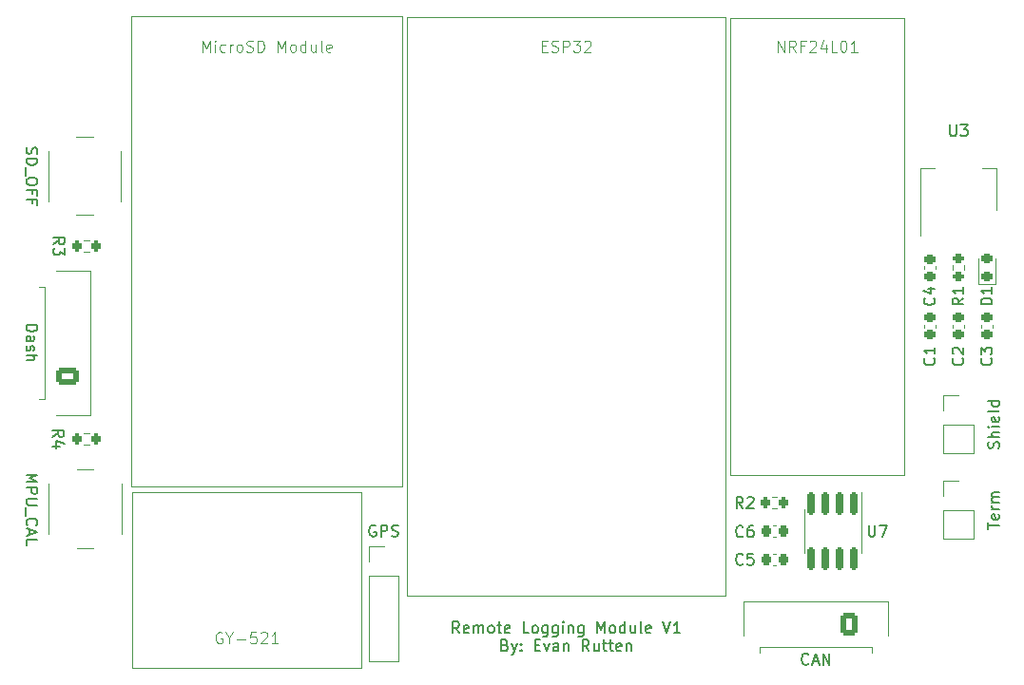
<source format=gto>
G04 #@! TF.GenerationSoftware,KiCad,Pcbnew,7.0.9*
G04 #@! TF.CreationDate,2023-11-18T03:00:04-05:00*
G04 #@! TF.ProjectId,RLM,524c4d2e-6b69-4636-9164-5f7063625858,rev?*
G04 #@! TF.SameCoordinates,Original*
G04 #@! TF.FileFunction,Legend,Top*
G04 #@! TF.FilePolarity,Positive*
%FSLAX46Y46*%
G04 Gerber Fmt 4.6, Leading zero omitted, Abs format (unit mm)*
G04 Created by KiCad (PCBNEW 7.0.9) date 2023-11-18 03:00:04*
%MOMM*%
%LPD*%
G01*
G04 APERTURE LIST*
G04 Aperture macros list*
%AMRoundRect*
0 Rectangle with rounded corners*
0 $1 Rounding radius*
0 $2 $3 $4 $5 $6 $7 $8 $9 X,Y pos of 4 corners*
0 Add a 4 corners polygon primitive as box body*
4,1,4,$2,$3,$4,$5,$6,$7,$8,$9,$2,$3,0*
0 Add four circle primitives for the rounded corners*
1,1,$1+$1,$2,$3*
1,1,$1+$1,$4,$5*
1,1,$1+$1,$6,$7*
1,1,$1+$1,$8,$9*
0 Add four rect primitives between the rounded corners*
20,1,$1+$1,$2,$3,$4,$5,0*
20,1,$1+$1,$4,$5,$6,$7,0*
20,1,$1+$1,$6,$7,$8,$9,0*
20,1,$1+$1,$8,$9,$2,$3,0*%
G04 Aperture macros list end*
%ADD10C,0.150000*%
%ADD11C,0.100000*%
%ADD12C,0.120000*%
%ADD13C,1.270000*%
%ADD14RoundRect,0.250001X0.499999X0.759999X-0.499999X0.759999X-0.499999X-0.759999X0.499999X-0.759999X0*%
%ADD15O,1.500000X2.020000*%
%ADD16RoundRect,0.150000X-0.150000X0.825000X-0.150000X-0.825000X0.150000X-0.825000X0.150000X0.825000X0*%
%ADD17RoundRect,0.225000X0.225000X0.250000X-0.225000X0.250000X-0.225000X-0.250000X0.225000X-0.250000X0*%
%ADD18R,1.700000X1.700000*%
%ADD19O,1.700000X1.700000*%
%ADD20C,2.000000*%
%ADD21R,1.500000X2.000000*%
%ADD22R,3.800000X2.000000*%
%ADD23RoundRect,0.200000X0.275000X-0.200000X0.275000X0.200000X-0.275000X0.200000X-0.275000X-0.200000X0*%
%ADD24C,1.524000*%
%ADD25RoundRect,0.250001X0.759999X-0.499999X0.759999X0.499999X-0.759999X0.499999X-0.759999X-0.499999X0*%
%ADD26O,2.020000X1.500000*%
%ADD27RoundRect,0.225000X0.250000X-0.225000X0.250000X0.225000X-0.250000X0.225000X-0.250000X-0.225000X0*%
%ADD28RoundRect,0.200000X0.200000X0.275000X-0.200000X0.275000X-0.200000X-0.275000X0.200000X-0.275000X0*%
%ADD29C,7.000000*%
%ADD30R,1.524000X1.524000*%
%ADD31RoundRect,0.218750X0.256250X-0.218750X0.256250X0.218750X-0.256250X0.218750X-0.256250X-0.218750X0*%
G04 APERTURE END LIST*
D10*
X113031189Y-87159819D02*
X112697856Y-86683628D01*
X112459761Y-87159819D02*
X112459761Y-86159819D01*
X112459761Y-86159819D02*
X112840713Y-86159819D01*
X112840713Y-86159819D02*
X112935951Y-86207438D01*
X112935951Y-86207438D02*
X112983570Y-86255057D01*
X112983570Y-86255057D02*
X113031189Y-86350295D01*
X113031189Y-86350295D02*
X113031189Y-86493152D01*
X113031189Y-86493152D02*
X112983570Y-86588390D01*
X112983570Y-86588390D02*
X112935951Y-86636009D01*
X112935951Y-86636009D02*
X112840713Y-86683628D01*
X112840713Y-86683628D02*
X112459761Y-86683628D01*
X113840713Y-87112200D02*
X113745475Y-87159819D01*
X113745475Y-87159819D02*
X113554999Y-87159819D01*
X113554999Y-87159819D02*
X113459761Y-87112200D01*
X113459761Y-87112200D02*
X113412142Y-87016961D01*
X113412142Y-87016961D02*
X113412142Y-86636009D01*
X113412142Y-86636009D02*
X113459761Y-86540771D01*
X113459761Y-86540771D02*
X113554999Y-86493152D01*
X113554999Y-86493152D02*
X113745475Y-86493152D01*
X113745475Y-86493152D02*
X113840713Y-86540771D01*
X113840713Y-86540771D02*
X113888332Y-86636009D01*
X113888332Y-86636009D02*
X113888332Y-86731247D01*
X113888332Y-86731247D02*
X113412142Y-86826485D01*
X114316904Y-87159819D02*
X114316904Y-86493152D01*
X114316904Y-86588390D02*
X114364523Y-86540771D01*
X114364523Y-86540771D02*
X114459761Y-86493152D01*
X114459761Y-86493152D02*
X114602618Y-86493152D01*
X114602618Y-86493152D02*
X114697856Y-86540771D01*
X114697856Y-86540771D02*
X114745475Y-86636009D01*
X114745475Y-86636009D02*
X114745475Y-87159819D01*
X114745475Y-86636009D02*
X114793094Y-86540771D01*
X114793094Y-86540771D02*
X114888332Y-86493152D01*
X114888332Y-86493152D02*
X115031189Y-86493152D01*
X115031189Y-86493152D02*
X115126428Y-86540771D01*
X115126428Y-86540771D02*
X115174047Y-86636009D01*
X115174047Y-86636009D02*
X115174047Y-87159819D01*
X115793094Y-87159819D02*
X115697856Y-87112200D01*
X115697856Y-87112200D02*
X115650237Y-87064580D01*
X115650237Y-87064580D02*
X115602618Y-86969342D01*
X115602618Y-86969342D02*
X115602618Y-86683628D01*
X115602618Y-86683628D02*
X115650237Y-86588390D01*
X115650237Y-86588390D02*
X115697856Y-86540771D01*
X115697856Y-86540771D02*
X115793094Y-86493152D01*
X115793094Y-86493152D02*
X115935951Y-86493152D01*
X115935951Y-86493152D02*
X116031189Y-86540771D01*
X116031189Y-86540771D02*
X116078808Y-86588390D01*
X116078808Y-86588390D02*
X116126427Y-86683628D01*
X116126427Y-86683628D02*
X116126427Y-86969342D01*
X116126427Y-86969342D02*
X116078808Y-87064580D01*
X116078808Y-87064580D02*
X116031189Y-87112200D01*
X116031189Y-87112200D02*
X115935951Y-87159819D01*
X115935951Y-87159819D02*
X115793094Y-87159819D01*
X116412142Y-86493152D02*
X116793094Y-86493152D01*
X116554999Y-86159819D02*
X116554999Y-87016961D01*
X116554999Y-87016961D02*
X116602618Y-87112200D01*
X116602618Y-87112200D02*
X116697856Y-87159819D01*
X116697856Y-87159819D02*
X116793094Y-87159819D01*
X117507380Y-87112200D02*
X117412142Y-87159819D01*
X117412142Y-87159819D02*
X117221666Y-87159819D01*
X117221666Y-87159819D02*
X117126428Y-87112200D01*
X117126428Y-87112200D02*
X117078809Y-87016961D01*
X117078809Y-87016961D02*
X117078809Y-86636009D01*
X117078809Y-86636009D02*
X117126428Y-86540771D01*
X117126428Y-86540771D02*
X117221666Y-86493152D01*
X117221666Y-86493152D02*
X117412142Y-86493152D01*
X117412142Y-86493152D02*
X117507380Y-86540771D01*
X117507380Y-86540771D02*
X117554999Y-86636009D01*
X117554999Y-86636009D02*
X117554999Y-86731247D01*
X117554999Y-86731247D02*
X117078809Y-86826485D01*
X119221666Y-87159819D02*
X118745476Y-87159819D01*
X118745476Y-87159819D02*
X118745476Y-86159819D01*
X119697857Y-87159819D02*
X119602619Y-87112200D01*
X119602619Y-87112200D02*
X119555000Y-87064580D01*
X119555000Y-87064580D02*
X119507381Y-86969342D01*
X119507381Y-86969342D02*
X119507381Y-86683628D01*
X119507381Y-86683628D02*
X119555000Y-86588390D01*
X119555000Y-86588390D02*
X119602619Y-86540771D01*
X119602619Y-86540771D02*
X119697857Y-86493152D01*
X119697857Y-86493152D02*
X119840714Y-86493152D01*
X119840714Y-86493152D02*
X119935952Y-86540771D01*
X119935952Y-86540771D02*
X119983571Y-86588390D01*
X119983571Y-86588390D02*
X120031190Y-86683628D01*
X120031190Y-86683628D02*
X120031190Y-86969342D01*
X120031190Y-86969342D02*
X119983571Y-87064580D01*
X119983571Y-87064580D02*
X119935952Y-87112200D01*
X119935952Y-87112200D02*
X119840714Y-87159819D01*
X119840714Y-87159819D02*
X119697857Y-87159819D01*
X120888333Y-86493152D02*
X120888333Y-87302676D01*
X120888333Y-87302676D02*
X120840714Y-87397914D01*
X120840714Y-87397914D02*
X120793095Y-87445533D01*
X120793095Y-87445533D02*
X120697857Y-87493152D01*
X120697857Y-87493152D02*
X120555000Y-87493152D01*
X120555000Y-87493152D02*
X120459762Y-87445533D01*
X120888333Y-87112200D02*
X120793095Y-87159819D01*
X120793095Y-87159819D02*
X120602619Y-87159819D01*
X120602619Y-87159819D02*
X120507381Y-87112200D01*
X120507381Y-87112200D02*
X120459762Y-87064580D01*
X120459762Y-87064580D02*
X120412143Y-86969342D01*
X120412143Y-86969342D02*
X120412143Y-86683628D01*
X120412143Y-86683628D02*
X120459762Y-86588390D01*
X120459762Y-86588390D02*
X120507381Y-86540771D01*
X120507381Y-86540771D02*
X120602619Y-86493152D01*
X120602619Y-86493152D02*
X120793095Y-86493152D01*
X120793095Y-86493152D02*
X120888333Y-86540771D01*
X121793095Y-86493152D02*
X121793095Y-87302676D01*
X121793095Y-87302676D02*
X121745476Y-87397914D01*
X121745476Y-87397914D02*
X121697857Y-87445533D01*
X121697857Y-87445533D02*
X121602619Y-87493152D01*
X121602619Y-87493152D02*
X121459762Y-87493152D01*
X121459762Y-87493152D02*
X121364524Y-87445533D01*
X121793095Y-87112200D02*
X121697857Y-87159819D01*
X121697857Y-87159819D02*
X121507381Y-87159819D01*
X121507381Y-87159819D02*
X121412143Y-87112200D01*
X121412143Y-87112200D02*
X121364524Y-87064580D01*
X121364524Y-87064580D02*
X121316905Y-86969342D01*
X121316905Y-86969342D02*
X121316905Y-86683628D01*
X121316905Y-86683628D02*
X121364524Y-86588390D01*
X121364524Y-86588390D02*
X121412143Y-86540771D01*
X121412143Y-86540771D02*
X121507381Y-86493152D01*
X121507381Y-86493152D02*
X121697857Y-86493152D01*
X121697857Y-86493152D02*
X121793095Y-86540771D01*
X122269286Y-87159819D02*
X122269286Y-86493152D01*
X122269286Y-86159819D02*
X122221667Y-86207438D01*
X122221667Y-86207438D02*
X122269286Y-86255057D01*
X122269286Y-86255057D02*
X122316905Y-86207438D01*
X122316905Y-86207438D02*
X122269286Y-86159819D01*
X122269286Y-86159819D02*
X122269286Y-86255057D01*
X122745476Y-86493152D02*
X122745476Y-87159819D01*
X122745476Y-86588390D02*
X122793095Y-86540771D01*
X122793095Y-86540771D02*
X122888333Y-86493152D01*
X122888333Y-86493152D02*
X123031190Y-86493152D01*
X123031190Y-86493152D02*
X123126428Y-86540771D01*
X123126428Y-86540771D02*
X123174047Y-86636009D01*
X123174047Y-86636009D02*
X123174047Y-87159819D01*
X124078809Y-86493152D02*
X124078809Y-87302676D01*
X124078809Y-87302676D02*
X124031190Y-87397914D01*
X124031190Y-87397914D02*
X123983571Y-87445533D01*
X123983571Y-87445533D02*
X123888333Y-87493152D01*
X123888333Y-87493152D02*
X123745476Y-87493152D01*
X123745476Y-87493152D02*
X123650238Y-87445533D01*
X124078809Y-87112200D02*
X123983571Y-87159819D01*
X123983571Y-87159819D02*
X123793095Y-87159819D01*
X123793095Y-87159819D02*
X123697857Y-87112200D01*
X123697857Y-87112200D02*
X123650238Y-87064580D01*
X123650238Y-87064580D02*
X123602619Y-86969342D01*
X123602619Y-86969342D02*
X123602619Y-86683628D01*
X123602619Y-86683628D02*
X123650238Y-86588390D01*
X123650238Y-86588390D02*
X123697857Y-86540771D01*
X123697857Y-86540771D02*
X123793095Y-86493152D01*
X123793095Y-86493152D02*
X123983571Y-86493152D01*
X123983571Y-86493152D02*
X124078809Y-86540771D01*
X125316905Y-87159819D02*
X125316905Y-86159819D01*
X125316905Y-86159819D02*
X125650238Y-86874104D01*
X125650238Y-86874104D02*
X125983571Y-86159819D01*
X125983571Y-86159819D02*
X125983571Y-87159819D01*
X126602619Y-87159819D02*
X126507381Y-87112200D01*
X126507381Y-87112200D02*
X126459762Y-87064580D01*
X126459762Y-87064580D02*
X126412143Y-86969342D01*
X126412143Y-86969342D02*
X126412143Y-86683628D01*
X126412143Y-86683628D02*
X126459762Y-86588390D01*
X126459762Y-86588390D02*
X126507381Y-86540771D01*
X126507381Y-86540771D02*
X126602619Y-86493152D01*
X126602619Y-86493152D02*
X126745476Y-86493152D01*
X126745476Y-86493152D02*
X126840714Y-86540771D01*
X126840714Y-86540771D02*
X126888333Y-86588390D01*
X126888333Y-86588390D02*
X126935952Y-86683628D01*
X126935952Y-86683628D02*
X126935952Y-86969342D01*
X126935952Y-86969342D02*
X126888333Y-87064580D01*
X126888333Y-87064580D02*
X126840714Y-87112200D01*
X126840714Y-87112200D02*
X126745476Y-87159819D01*
X126745476Y-87159819D02*
X126602619Y-87159819D01*
X127793095Y-87159819D02*
X127793095Y-86159819D01*
X127793095Y-87112200D02*
X127697857Y-87159819D01*
X127697857Y-87159819D02*
X127507381Y-87159819D01*
X127507381Y-87159819D02*
X127412143Y-87112200D01*
X127412143Y-87112200D02*
X127364524Y-87064580D01*
X127364524Y-87064580D02*
X127316905Y-86969342D01*
X127316905Y-86969342D02*
X127316905Y-86683628D01*
X127316905Y-86683628D02*
X127364524Y-86588390D01*
X127364524Y-86588390D02*
X127412143Y-86540771D01*
X127412143Y-86540771D02*
X127507381Y-86493152D01*
X127507381Y-86493152D02*
X127697857Y-86493152D01*
X127697857Y-86493152D02*
X127793095Y-86540771D01*
X128697857Y-86493152D02*
X128697857Y-87159819D01*
X128269286Y-86493152D02*
X128269286Y-87016961D01*
X128269286Y-87016961D02*
X128316905Y-87112200D01*
X128316905Y-87112200D02*
X128412143Y-87159819D01*
X128412143Y-87159819D02*
X128555000Y-87159819D01*
X128555000Y-87159819D02*
X128650238Y-87112200D01*
X128650238Y-87112200D02*
X128697857Y-87064580D01*
X129316905Y-87159819D02*
X129221667Y-87112200D01*
X129221667Y-87112200D02*
X129174048Y-87016961D01*
X129174048Y-87016961D02*
X129174048Y-86159819D01*
X130078810Y-87112200D02*
X129983572Y-87159819D01*
X129983572Y-87159819D02*
X129793096Y-87159819D01*
X129793096Y-87159819D02*
X129697858Y-87112200D01*
X129697858Y-87112200D02*
X129650239Y-87016961D01*
X129650239Y-87016961D02*
X129650239Y-86636009D01*
X129650239Y-86636009D02*
X129697858Y-86540771D01*
X129697858Y-86540771D02*
X129793096Y-86493152D01*
X129793096Y-86493152D02*
X129983572Y-86493152D01*
X129983572Y-86493152D02*
X130078810Y-86540771D01*
X130078810Y-86540771D02*
X130126429Y-86636009D01*
X130126429Y-86636009D02*
X130126429Y-86731247D01*
X130126429Y-86731247D02*
X129650239Y-86826485D01*
X131174049Y-86159819D02*
X131507382Y-87159819D01*
X131507382Y-87159819D02*
X131840715Y-86159819D01*
X132697858Y-87159819D02*
X132126430Y-87159819D01*
X132412144Y-87159819D02*
X132412144Y-86159819D01*
X132412144Y-86159819D02*
X132316906Y-86302676D01*
X132316906Y-86302676D02*
X132221668Y-86397914D01*
X132221668Y-86397914D02*
X132126430Y-86445533D01*
X117102618Y-88246009D02*
X117245475Y-88293628D01*
X117245475Y-88293628D02*
X117293094Y-88341247D01*
X117293094Y-88341247D02*
X117340713Y-88436485D01*
X117340713Y-88436485D02*
X117340713Y-88579342D01*
X117340713Y-88579342D02*
X117293094Y-88674580D01*
X117293094Y-88674580D02*
X117245475Y-88722200D01*
X117245475Y-88722200D02*
X117150237Y-88769819D01*
X117150237Y-88769819D02*
X116769285Y-88769819D01*
X116769285Y-88769819D02*
X116769285Y-87769819D01*
X116769285Y-87769819D02*
X117102618Y-87769819D01*
X117102618Y-87769819D02*
X117197856Y-87817438D01*
X117197856Y-87817438D02*
X117245475Y-87865057D01*
X117245475Y-87865057D02*
X117293094Y-87960295D01*
X117293094Y-87960295D02*
X117293094Y-88055533D01*
X117293094Y-88055533D02*
X117245475Y-88150771D01*
X117245475Y-88150771D02*
X117197856Y-88198390D01*
X117197856Y-88198390D02*
X117102618Y-88246009D01*
X117102618Y-88246009D02*
X116769285Y-88246009D01*
X117674047Y-88103152D02*
X117912142Y-88769819D01*
X118150237Y-88103152D02*
X117912142Y-88769819D01*
X117912142Y-88769819D02*
X117816904Y-89007914D01*
X117816904Y-89007914D02*
X117769285Y-89055533D01*
X117769285Y-89055533D02*
X117674047Y-89103152D01*
X118531190Y-88674580D02*
X118578809Y-88722200D01*
X118578809Y-88722200D02*
X118531190Y-88769819D01*
X118531190Y-88769819D02*
X118483571Y-88722200D01*
X118483571Y-88722200D02*
X118531190Y-88674580D01*
X118531190Y-88674580D02*
X118531190Y-88769819D01*
X118531190Y-88150771D02*
X118578809Y-88198390D01*
X118578809Y-88198390D02*
X118531190Y-88246009D01*
X118531190Y-88246009D02*
X118483571Y-88198390D01*
X118483571Y-88198390D02*
X118531190Y-88150771D01*
X118531190Y-88150771D02*
X118531190Y-88246009D01*
X119769285Y-88246009D02*
X120102618Y-88246009D01*
X120245475Y-88769819D02*
X119769285Y-88769819D01*
X119769285Y-88769819D02*
X119769285Y-87769819D01*
X119769285Y-87769819D02*
X120245475Y-87769819D01*
X120578809Y-88103152D02*
X120816904Y-88769819D01*
X120816904Y-88769819D02*
X121054999Y-88103152D01*
X121864523Y-88769819D02*
X121864523Y-88246009D01*
X121864523Y-88246009D02*
X121816904Y-88150771D01*
X121816904Y-88150771D02*
X121721666Y-88103152D01*
X121721666Y-88103152D02*
X121531190Y-88103152D01*
X121531190Y-88103152D02*
X121435952Y-88150771D01*
X121864523Y-88722200D02*
X121769285Y-88769819D01*
X121769285Y-88769819D02*
X121531190Y-88769819D01*
X121531190Y-88769819D02*
X121435952Y-88722200D01*
X121435952Y-88722200D02*
X121388333Y-88626961D01*
X121388333Y-88626961D02*
X121388333Y-88531723D01*
X121388333Y-88531723D02*
X121435952Y-88436485D01*
X121435952Y-88436485D02*
X121531190Y-88388866D01*
X121531190Y-88388866D02*
X121769285Y-88388866D01*
X121769285Y-88388866D02*
X121864523Y-88341247D01*
X122340714Y-88103152D02*
X122340714Y-88769819D01*
X122340714Y-88198390D02*
X122388333Y-88150771D01*
X122388333Y-88150771D02*
X122483571Y-88103152D01*
X122483571Y-88103152D02*
X122626428Y-88103152D01*
X122626428Y-88103152D02*
X122721666Y-88150771D01*
X122721666Y-88150771D02*
X122769285Y-88246009D01*
X122769285Y-88246009D02*
X122769285Y-88769819D01*
X124578809Y-88769819D02*
X124245476Y-88293628D01*
X124007381Y-88769819D02*
X124007381Y-87769819D01*
X124007381Y-87769819D02*
X124388333Y-87769819D01*
X124388333Y-87769819D02*
X124483571Y-87817438D01*
X124483571Y-87817438D02*
X124531190Y-87865057D01*
X124531190Y-87865057D02*
X124578809Y-87960295D01*
X124578809Y-87960295D02*
X124578809Y-88103152D01*
X124578809Y-88103152D02*
X124531190Y-88198390D01*
X124531190Y-88198390D02*
X124483571Y-88246009D01*
X124483571Y-88246009D02*
X124388333Y-88293628D01*
X124388333Y-88293628D02*
X124007381Y-88293628D01*
X125435952Y-88103152D02*
X125435952Y-88769819D01*
X125007381Y-88103152D02*
X125007381Y-88626961D01*
X125007381Y-88626961D02*
X125055000Y-88722200D01*
X125055000Y-88722200D02*
X125150238Y-88769819D01*
X125150238Y-88769819D02*
X125293095Y-88769819D01*
X125293095Y-88769819D02*
X125388333Y-88722200D01*
X125388333Y-88722200D02*
X125435952Y-88674580D01*
X125769286Y-88103152D02*
X126150238Y-88103152D01*
X125912143Y-87769819D02*
X125912143Y-88626961D01*
X125912143Y-88626961D02*
X125959762Y-88722200D01*
X125959762Y-88722200D02*
X126055000Y-88769819D01*
X126055000Y-88769819D02*
X126150238Y-88769819D01*
X126340715Y-88103152D02*
X126721667Y-88103152D01*
X126483572Y-87769819D02*
X126483572Y-88626961D01*
X126483572Y-88626961D02*
X126531191Y-88722200D01*
X126531191Y-88722200D02*
X126626429Y-88769819D01*
X126626429Y-88769819D02*
X126721667Y-88769819D01*
X127435953Y-88722200D02*
X127340715Y-88769819D01*
X127340715Y-88769819D02*
X127150239Y-88769819D01*
X127150239Y-88769819D02*
X127055001Y-88722200D01*
X127055001Y-88722200D02*
X127007382Y-88626961D01*
X127007382Y-88626961D02*
X127007382Y-88246009D01*
X127007382Y-88246009D02*
X127055001Y-88150771D01*
X127055001Y-88150771D02*
X127150239Y-88103152D01*
X127150239Y-88103152D02*
X127340715Y-88103152D01*
X127340715Y-88103152D02*
X127435953Y-88150771D01*
X127435953Y-88150771D02*
X127483572Y-88246009D01*
X127483572Y-88246009D02*
X127483572Y-88341247D01*
X127483572Y-88341247D02*
X127007382Y-88436485D01*
X127912144Y-88103152D02*
X127912144Y-88769819D01*
X127912144Y-88198390D02*
X127959763Y-88150771D01*
X127959763Y-88150771D02*
X128055001Y-88103152D01*
X128055001Y-88103152D02*
X128197858Y-88103152D01*
X128197858Y-88103152D02*
X128293096Y-88150771D01*
X128293096Y-88150771D02*
X128340715Y-88246009D01*
X128340715Y-88246009D02*
X128340715Y-88769819D01*
X144137142Y-89894580D02*
X144089523Y-89942200D01*
X144089523Y-89942200D02*
X143946666Y-89989819D01*
X143946666Y-89989819D02*
X143851428Y-89989819D01*
X143851428Y-89989819D02*
X143708571Y-89942200D01*
X143708571Y-89942200D02*
X143613333Y-89846961D01*
X143613333Y-89846961D02*
X143565714Y-89751723D01*
X143565714Y-89751723D02*
X143518095Y-89561247D01*
X143518095Y-89561247D02*
X143518095Y-89418390D01*
X143518095Y-89418390D02*
X143565714Y-89227914D01*
X143565714Y-89227914D02*
X143613333Y-89132676D01*
X143613333Y-89132676D02*
X143708571Y-89037438D01*
X143708571Y-89037438D02*
X143851428Y-88989819D01*
X143851428Y-88989819D02*
X143946666Y-88989819D01*
X143946666Y-88989819D02*
X144089523Y-89037438D01*
X144089523Y-89037438D02*
X144137142Y-89085057D01*
X144518095Y-89704104D02*
X144994285Y-89704104D01*
X144422857Y-89989819D02*
X144756190Y-88989819D01*
X144756190Y-88989819D02*
X145089523Y-89989819D01*
X145422857Y-89989819D02*
X145422857Y-88989819D01*
X145422857Y-88989819D02*
X145994285Y-89989819D01*
X145994285Y-89989819D02*
X145994285Y-88989819D01*
X149479095Y-77559819D02*
X149479095Y-78369342D01*
X149479095Y-78369342D02*
X149526714Y-78464580D01*
X149526714Y-78464580D02*
X149574333Y-78512200D01*
X149574333Y-78512200D02*
X149669571Y-78559819D01*
X149669571Y-78559819D02*
X149860047Y-78559819D01*
X149860047Y-78559819D02*
X149955285Y-78512200D01*
X149955285Y-78512200D02*
X150002904Y-78464580D01*
X150002904Y-78464580D02*
X150050523Y-78369342D01*
X150050523Y-78369342D02*
X150050523Y-77559819D01*
X150431476Y-77559819D02*
X151098142Y-77559819D01*
X151098142Y-77559819D02*
X150669571Y-78559819D01*
X138289333Y-81004580D02*
X138241714Y-81052200D01*
X138241714Y-81052200D02*
X138098857Y-81099819D01*
X138098857Y-81099819D02*
X138003619Y-81099819D01*
X138003619Y-81099819D02*
X137860762Y-81052200D01*
X137860762Y-81052200D02*
X137765524Y-80956961D01*
X137765524Y-80956961D02*
X137717905Y-80861723D01*
X137717905Y-80861723D02*
X137670286Y-80671247D01*
X137670286Y-80671247D02*
X137670286Y-80528390D01*
X137670286Y-80528390D02*
X137717905Y-80337914D01*
X137717905Y-80337914D02*
X137765524Y-80242676D01*
X137765524Y-80242676D02*
X137860762Y-80147438D01*
X137860762Y-80147438D02*
X138003619Y-80099819D01*
X138003619Y-80099819D02*
X138098857Y-80099819D01*
X138098857Y-80099819D02*
X138241714Y-80147438D01*
X138241714Y-80147438D02*
X138289333Y-80195057D01*
X139194095Y-80099819D02*
X138717905Y-80099819D01*
X138717905Y-80099819D02*
X138670286Y-80576009D01*
X138670286Y-80576009D02*
X138717905Y-80528390D01*
X138717905Y-80528390D02*
X138813143Y-80480771D01*
X138813143Y-80480771D02*
X139051238Y-80480771D01*
X139051238Y-80480771D02*
X139146476Y-80528390D01*
X139146476Y-80528390D02*
X139194095Y-80576009D01*
X139194095Y-80576009D02*
X139241714Y-80671247D01*
X139241714Y-80671247D02*
X139241714Y-80909342D01*
X139241714Y-80909342D02*
X139194095Y-81004580D01*
X139194095Y-81004580D02*
X139146476Y-81052200D01*
X139146476Y-81052200D02*
X139051238Y-81099819D01*
X139051238Y-81099819D02*
X138813143Y-81099819D01*
X138813143Y-81099819D02*
X138717905Y-81052200D01*
X138717905Y-81052200D02*
X138670286Y-81004580D01*
X160109819Y-77890475D02*
X160109819Y-77319047D01*
X161109819Y-77604761D02*
X160109819Y-77604761D01*
X161062200Y-76604761D02*
X161109819Y-76699999D01*
X161109819Y-76699999D02*
X161109819Y-76890475D01*
X161109819Y-76890475D02*
X161062200Y-76985713D01*
X161062200Y-76985713D02*
X160966961Y-77033332D01*
X160966961Y-77033332D02*
X160586009Y-77033332D01*
X160586009Y-77033332D02*
X160490771Y-76985713D01*
X160490771Y-76985713D02*
X160443152Y-76890475D01*
X160443152Y-76890475D02*
X160443152Y-76699999D01*
X160443152Y-76699999D02*
X160490771Y-76604761D01*
X160490771Y-76604761D02*
X160586009Y-76557142D01*
X160586009Y-76557142D02*
X160681247Y-76557142D01*
X160681247Y-76557142D02*
X160776485Y-77033332D01*
X161109819Y-76128570D02*
X160443152Y-76128570D01*
X160633628Y-76128570D02*
X160538390Y-76080951D01*
X160538390Y-76080951D02*
X160490771Y-76033332D01*
X160490771Y-76033332D02*
X160443152Y-75938094D01*
X160443152Y-75938094D02*
X160443152Y-75842856D01*
X161109819Y-75509522D02*
X160443152Y-75509522D01*
X160538390Y-75509522D02*
X160490771Y-75461903D01*
X160490771Y-75461903D02*
X160443152Y-75366665D01*
X160443152Y-75366665D02*
X160443152Y-75223808D01*
X160443152Y-75223808D02*
X160490771Y-75128570D01*
X160490771Y-75128570D02*
X160586009Y-75080951D01*
X160586009Y-75080951D02*
X161109819Y-75080951D01*
X160586009Y-75080951D02*
X160490771Y-75033332D01*
X160490771Y-75033332D02*
X160443152Y-74938094D01*
X160443152Y-74938094D02*
X160443152Y-74795237D01*
X160443152Y-74795237D02*
X160490771Y-74699998D01*
X160490771Y-74699998D02*
X160586009Y-74652379D01*
X160586009Y-74652379D02*
X161109819Y-74652379D01*
X74522800Y-43882381D02*
X74475180Y-44025238D01*
X74475180Y-44025238D02*
X74475180Y-44263333D01*
X74475180Y-44263333D02*
X74522800Y-44358571D01*
X74522800Y-44358571D02*
X74570419Y-44406190D01*
X74570419Y-44406190D02*
X74665657Y-44453809D01*
X74665657Y-44453809D02*
X74760895Y-44453809D01*
X74760895Y-44453809D02*
X74856133Y-44406190D01*
X74856133Y-44406190D02*
X74903752Y-44358571D01*
X74903752Y-44358571D02*
X74951371Y-44263333D01*
X74951371Y-44263333D02*
X74998990Y-44072857D01*
X74998990Y-44072857D02*
X75046609Y-43977619D01*
X75046609Y-43977619D02*
X75094228Y-43930000D01*
X75094228Y-43930000D02*
X75189466Y-43882381D01*
X75189466Y-43882381D02*
X75284704Y-43882381D01*
X75284704Y-43882381D02*
X75379942Y-43930000D01*
X75379942Y-43930000D02*
X75427561Y-43977619D01*
X75427561Y-43977619D02*
X75475180Y-44072857D01*
X75475180Y-44072857D02*
X75475180Y-44310952D01*
X75475180Y-44310952D02*
X75427561Y-44453809D01*
X74475180Y-44882381D02*
X75475180Y-44882381D01*
X75475180Y-44882381D02*
X75475180Y-45120476D01*
X75475180Y-45120476D02*
X75427561Y-45263333D01*
X75427561Y-45263333D02*
X75332323Y-45358571D01*
X75332323Y-45358571D02*
X75237085Y-45406190D01*
X75237085Y-45406190D02*
X75046609Y-45453809D01*
X75046609Y-45453809D02*
X74903752Y-45453809D01*
X74903752Y-45453809D02*
X74713276Y-45406190D01*
X74713276Y-45406190D02*
X74618038Y-45358571D01*
X74618038Y-45358571D02*
X74522800Y-45263333D01*
X74522800Y-45263333D02*
X74475180Y-45120476D01*
X74475180Y-45120476D02*
X74475180Y-44882381D01*
X74379942Y-45644286D02*
X74379942Y-46406190D01*
X75475180Y-46834762D02*
X75475180Y-47025238D01*
X75475180Y-47025238D02*
X75427561Y-47120476D01*
X75427561Y-47120476D02*
X75332323Y-47215714D01*
X75332323Y-47215714D02*
X75141847Y-47263333D01*
X75141847Y-47263333D02*
X74808514Y-47263333D01*
X74808514Y-47263333D02*
X74618038Y-47215714D01*
X74618038Y-47215714D02*
X74522800Y-47120476D01*
X74522800Y-47120476D02*
X74475180Y-47025238D01*
X74475180Y-47025238D02*
X74475180Y-46834762D01*
X74475180Y-46834762D02*
X74522800Y-46739524D01*
X74522800Y-46739524D02*
X74618038Y-46644286D01*
X74618038Y-46644286D02*
X74808514Y-46596667D01*
X74808514Y-46596667D02*
X75141847Y-46596667D01*
X75141847Y-46596667D02*
X75332323Y-46644286D01*
X75332323Y-46644286D02*
X75427561Y-46739524D01*
X75427561Y-46739524D02*
X75475180Y-46834762D01*
X74998990Y-48025238D02*
X74998990Y-47691905D01*
X74475180Y-47691905D02*
X75475180Y-47691905D01*
X75475180Y-47691905D02*
X75475180Y-48168095D01*
X74998990Y-48882381D02*
X74998990Y-48549048D01*
X74475180Y-48549048D02*
X75475180Y-48549048D01*
X75475180Y-48549048D02*
X75475180Y-49025238D01*
X156718095Y-41872819D02*
X156718095Y-42682342D01*
X156718095Y-42682342D02*
X156765714Y-42777580D01*
X156765714Y-42777580D02*
X156813333Y-42825200D01*
X156813333Y-42825200D02*
X156908571Y-42872819D01*
X156908571Y-42872819D02*
X157099047Y-42872819D01*
X157099047Y-42872819D02*
X157194285Y-42825200D01*
X157194285Y-42825200D02*
X157241904Y-42777580D01*
X157241904Y-42777580D02*
X157289523Y-42682342D01*
X157289523Y-42682342D02*
X157289523Y-41872819D01*
X157670476Y-41872819D02*
X158289523Y-41872819D01*
X158289523Y-41872819D02*
X157956190Y-42253771D01*
X157956190Y-42253771D02*
X158099047Y-42253771D01*
X158099047Y-42253771D02*
X158194285Y-42301390D01*
X158194285Y-42301390D02*
X158241904Y-42349009D01*
X158241904Y-42349009D02*
X158289523Y-42444247D01*
X158289523Y-42444247D02*
X158289523Y-42682342D01*
X158289523Y-42682342D02*
X158241904Y-42777580D01*
X158241904Y-42777580D02*
X158194285Y-42825200D01*
X158194285Y-42825200D02*
X158099047Y-42872819D01*
X158099047Y-42872819D02*
X157813333Y-42872819D01*
X157813333Y-42872819D02*
X157718095Y-42825200D01*
X157718095Y-42825200D02*
X157670476Y-42777580D01*
X157934819Y-57316666D02*
X157458628Y-57649999D01*
X157934819Y-57888094D02*
X156934819Y-57888094D01*
X156934819Y-57888094D02*
X156934819Y-57507142D01*
X156934819Y-57507142D02*
X156982438Y-57411904D01*
X156982438Y-57411904D02*
X157030057Y-57364285D01*
X157030057Y-57364285D02*
X157125295Y-57316666D01*
X157125295Y-57316666D02*
X157268152Y-57316666D01*
X157268152Y-57316666D02*
X157363390Y-57364285D01*
X157363390Y-57364285D02*
X157411009Y-57411904D01*
X157411009Y-57411904D02*
X157458628Y-57507142D01*
X157458628Y-57507142D02*
X157458628Y-57888094D01*
X157934819Y-56364285D02*
X157934819Y-56935713D01*
X157934819Y-56649999D02*
X156934819Y-56649999D01*
X156934819Y-56649999D02*
X157077676Y-56745237D01*
X157077676Y-56745237D02*
X157172914Y-56840475D01*
X157172914Y-56840475D02*
X157220533Y-56935713D01*
X138289333Y-78519580D02*
X138241714Y-78567200D01*
X138241714Y-78567200D02*
X138098857Y-78614819D01*
X138098857Y-78614819D02*
X138003619Y-78614819D01*
X138003619Y-78614819D02*
X137860762Y-78567200D01*
X137860762Y-78567200D02*
X137765524Y-78471961D01*
X137765524Y-78471961D02*
X137717905Y-78376723D01*
X137717905Y-78376723D02*
X137670286Y-78186247D01*
X137670286Y-78186247D02*
X137670286Y-78043390D01*
X137670286Y-78043390D02*
X137717905Y-77852914D01*
X137717905Y-77852914D02*
X137765524Y-77757676D01*
X137765524Y-77757676D02*
X137860762Y-77662438D01*
X137860762Y-77662438D02*
X138003619Y-77614819D01*
X138003619Y-77614819D02*
X138098857Y-77614819D01*
X138098857Y-77614819D02*
X138241714Y-77662438D01*
X138241714Y-77662438D02*
X138289333Y-77710057D01*
X139146476Y-77614819D02*
X138956000Y-77614819D01*
X138956000Y-77614819D02*
X138860762Y-77662438D01*
X138860762Y-77662438D02*
X138813143Y-77710057D01*
X138813143Y-77710057D02*
X138717905Y-77852914D01*
X138717905Y-77852914D02*
X138670286Y-78043390D01*
X138670286Y-78043390D02*
X138670286Y-78424342D01*
X138670286Y-78424342D02*
X138717905Y-78519580D01*
X138717905Y-78519580D02*
X138765524Y-78567200D01*
X138765524Y-78567200D02*
X138860762Y-78614819D01*
X138860762Y-78614819D02*
X139051238Y-78614819D01*
X139051238Y-78614819D02*
X139146476Y-78567200D01*
X139146476Y-78567200D02*
X139194095Y-78519580D01*
X139194095Y-78519580D02*
X139241714Y-78424342D01*
X139241714Y-78424342D02*
X139241714Y-78186247D01*
X139241714Y-78186247D02*
X139194095Y-78091009D01*
X139194095Y-78091009D02*
X139146476Y-78043390D01*
X139146476Y-78043390D02*
X139051238Y-77995771D01*
X139051238Y-77995771D02*
X138860762Y-77995771D01*
X138860762Y-77995771D02*
X138765524Y-78043390D01*
X138765524Y-78043390D02*
X138717905Y-78091009D01*
X138717905Y-78091009D02*
X138670286Y-78186247D01*
D11*
X120412143Y-34858609D02*
X120745476Y-34858609D01*
X120888333Y-35382419D02*
X120412143Y-35382419D01*
X120412143Y-35382419D02*
X120412143Y-34382419D01*
X120412143Y-34382419D02*
X120888333Y-34382419D01*
X121269286Y-35334800D02*
X121412143Y-35382419D01*
X121412143Y-35382419D02*
X121650238Y-35382419D01*
X121650238Y-35382419D02*
X121745476Y-35334800D01*
X121745476Y-35334800D02*
X121793095Y-35287180D01*
X121793095Y-35287180D02*
X121840714Y-35191942D01*
X121840714Y-35191942D02*
X121840714Y-35096704D01*
X121840714Y-35096704D02*
X121793095Y-35001466D01*
X121793095Y-35001466D02*
X121745476Y-34953847D01*
X121745476Y-34953847D02*
X121650238Y-34906228D01*
X121650238Y-34906228D02*
X121459762Y-34858609D01*
X121459762Y-34858609D02*
X121364524Y-34810990D01*
X121364524Y-34810990D02*
X121316905Y-34763371D01*
X121316905Y-34763371D02*
X121269286Y-34668133D01*
X121269286Y-34668133D02*
X121269286Y-34572895D01*
X121269286Y-34572895D02*
X121316905Y-34477657D01*
X121316905Y-34477657D02*
X121364524Y-34430038D01*
X121364524Y-34430038D02*
X121459762Y-34382419D01*
X121459762Y-34382419D02*
X121697857Y-34382419D01*
X121697857Y-34382419D02*
X121840714Y-34430038D01*
X122269286Y-35382419D02*
X122269286Y-34382419D01*
X122269286Y-34382419D02*
X122650238Y-34382419D01*
X122650238Y-34382419D02*
X122745476Y-34430038D01*
X122745476Y-34430038D02*
X122793095Y-34477657D01*
X122793095Y-34477657D02*
X122840714Y-34572895D01*
X122840714Y-34572895D02*
X122840714Y-34715752D01*
X122840714Y-34715752D02*
X122793095Y-34810990D01*
X122793095Y-34810990D02*
X122745476Y-34858609D01*
X122745476Y-34858609D02*
X122650238Y-34906228D01*
X122650238Y-34906228D02*
X122269286Y-34906228D01*
X123174048Y-34382419D02*
X123793095Y-34382419D01*
X123793095Y-34382419D02*
X123459762Y-34763371D01*
X123459762Y-34763371D02*
X123602619Y-34763371D01*
X123602619Y-34763371D02*
X123697857Y-34810990D01*
X123697857Y-34810990D02*
X123745476Y-34858609D01*
X123745476Y-34858609D02*
X123793095Y-34953847D01*
X123793095Y-34953847D02*
X123793095Y-35191942D01*
X123793095Y-35191942D02*
X123745476Y-35287180D01*
X123745476Y-35287180D02*
X123697857Y-35334800D01*
X123697857Y-35334800D02*
X123602619Y-35382419D01*
X123602619Y-35382419D02*
X123316905Y-35382419D01*
X123316905Y-35382419D02*
X123221667Y-35334800D01*
X123221667Y-35334800D02*
X123174048Y-35287180D01*
X124174048Y-34477657D02*
X124221667Y-34430038D01*
X124221667Y-34430038D02*
X124316905Y-34382419D01*
X124316905Y-34382419D02*
X124555000Y-34382419D01*
X124555000Y-34382419D02*
X124650238Y-34430038D01*
X124650238Y-34430038D02*
X124697857Y-34477657D01*
X124697857Y-34477657D02*
X124745476Y-34572895D01*
X124745476Y-34572895D02*
X124745476Y-34668133D01*
X124745476Y-34668133D02*
X124697857Y-34810990D01*
X124697857Y-34810990D02*
X124126429Y-35382419D01*
X124126429Y-35382419D02*
X124745476Y-35382419D01*
D10*
X74475180Y-59738571D02*
X75475180Y-59738571D01*
X75475180Y-59738571D02*
X75475180Y-59976666D01*
X75475180Y-59976666D02*
X75427561Y-60119523D01*
X75427561Y-60119523D02*
X75332323Y-60214761D01*
X75332323Y-60214761D02*
X75237085Y-60262380D01*
X75237085Y-60262380D02*
X75046609Y-60309999D01*
X75046609Y-60309999D02*
X74903752Y-60309999D01*
X74903752Y-60309999D02*
X74713276Y-60262380D01*
X74713276Y-60262380D02*
X74618038Y-60214761D01*
X74618038Y-60214761D02*
X74522800Y-60119523D01*
X74522800Y-60119523D02*
X74475180Y-59976666D01*
X74475180Y-59976666D02*
X74475180Y-59738571D01*
X74475180Y-61167142D02*
X74998990Y-61167142D01*
X74998990Y-61167142D02*
X75094228Y-61119523D01*
X75094228Y-61119523D02*
X75141847Y-61024285D01*
X75141847Y-61024285D02*
X75141847Y-60833809D01*
X75141847Y-60833809D02*
X75094228Y-60738571D01*
X74522800Y-61167142D02*
X74475180Y-61071904D01*
X74475180Y-61071904D02*
X74475180Y-60833809D01*
X74475180Y-60833809D02*
X74522800Y-60738571D01*
X74522800Y-60738571D02*
X74618038Y-60690952D01*
X74618038Y-60690952D02*
X74713276Y-60690952D01*
X74713276Y-60690952D02*
X74808514Y-60738571D01*
X74808514Y-60738571D02*
X74856133Y-60833809D01*
X74856133Y-60833809D02*
X74856133Y-61071904D01*
X74856133Y-61071904D02*
X74903752Y-61167142D01*
X74522800Y-61595714D02*
X74475180Y-61690952D01*
X74475180Y-61690952D02*
X74475180Y-61881428D01*
X74475180Y-61881428D02*
X74522800Y-61976666D01*
X74522800Y-61976666D02*
X74618038Y-62024285D01*
X74618038Y-62024285D02*
X74665657Y-62024285D01*
X74665657Y-62024285D02*
X74760895Y-61976666D01*
X74760895Y-61976666D02*
X74808514Y-61881428D01*
X74808514Y-61881428D02*
X74808514Y-61738571D01*
X74808514Y-61738571D02*
X74856133Y-61643333D01*
X74856133Y-61643333D02*
X74951371Y-61595714D01*
X74951371Y-61595714D02*
X74998990Y-61595714D01*
X74998990Y-61595714D02*
X75094228Y-61643333D01*
X75094228Y-61643333D02*
X75141847Y-61738571D01*
X75141847Y-61738571D02*
X75141847Y-61881428D01*
X75141847Y-61881428D02*
X75094228Y-61976666D01*
X74475180Y-62452857D02*
X75475180Y-62452857D01*
X74475180Y-62881428D02*
X74998990Y-62881428D01*
X74998990Y-62881428D02*
X75094228Y-62833809D01*
X75094228Y-62833809D02*
X75141847Y-62738571D01*
X75141847Y-62738571D02*
X75141847Y-62595714D01*
X75141847Y-62595714D02*
X75094228Y-62500476D01*
X75094228Y-62500476D02*
X75046609Y-62452857D01*
X157839580Y-62676666D02*
X157887200Y-62724285D01*
X157887200Y-62724285D02*
X157934819Y-62867142D01*
X157934819Y-62867142D02*
X157934819Y-62962380D01*
X157934819Y-62962380D02*
X157887200Y-63105237D01*
X157887200Y-63105237D02*
X157791961Y-63200475D01*
X157791961Y-63200475D02*
X157696723Y-63248094D01*
X157696723Y-63248094D02*
X157506247Y-63295713D01*
X157506247Y-63295713D02*
X157363390Y-63295713D01*
X157363390Y-63295713D02*
X157172914Y-63248094D01*
X157172914Y-63248094D02*
X157077676Y-63200475D01*
X157077676Y-63200475D02*
X156982438Y-63105237D01*
X156982438Y-63105237D02*
X156934819Y-62962380D01*
X156934819Y-62962380D02*
X156934819Y-62867142D01*
X156934819Y-62867142D02*
X156982438Y-62724285D01*
X156982438Y-62724285D02*
X157030057Y-62676666D01*
X157030057Y-62295713D02*
X156982438Y-62248094D01*
X156982438Y-62248094D02*
X156934819Y-62152856D01*
X156934819Y-62152856D02*
X156934819Y-61914761D01*
X156934819Y-61914761D02*
X156982438Y-61819523D01*
X156982438Y-61819523D02*
X157030057Y-61771904D01*
X157030057Y-61771904D02*
X157125295Y-61724285D01*
X157125295Y-61724285D02*
X157220533Y-61724285D01*
X157220533Y-61724285D02*
X157363390Y-61771904D01*
X157363390Y-61771904D02*
X157934819Y-62343332D01*
X157934819Y-62343332D02*
X157934819Y-61724285D01*
X76888180Y-52538333D02*
X77364371Y-52205000D01*
X76888180Y-51966905D02*
X77888180Y-51966905D01*
X77888180Y-51966905D02*
X77888180Y-52347857D01*
X77888180Y-52347857D02*
X77840561Y-52443095D01*
X77840561Y-52443095D02*
X77792942Y-52490714D01*
X77792942Y-52490714D02*
X77697704Y-52538333D01*
X77697704Y-52538333D02*
X77554847Y-52538333D01*
X77554847Y-52538333D02*
X77459609Y-52490714D01*
X77459609Y-52490714D02*
X77411990Y-52443095D01*
X77411990Y-52443095D02*
X77364371Y-52347857D01*
X77364371Y-52347857D02*
X77364371Y-51966905D01*
X77888180Y-52871667D02*
X77888180Y-53490714D01*
X77888180Y-53490714D02*
X77507228Y-53157381D01*
X77507228Y-53157381D02*
X77507228Y-53300238D01*
X77507228Y-53300238D02*
X77459609Y-53395476D01*
X77459609Y-53395476D02*
X77411990Y-53443095D01*
X77411990Y-53443095D02*
X77316752Y-53490714D01*
X77316752Y-53490714D02*
X77078657Y-53490714D01*
X77078657Y-53490714D02*
X76983419Y-53443095D01*
X76983419Y-53443095D02*
X76935800Y-53395476D01*
X76935800Y-53395476D02*
X76888180Y-53300238D01*
X76888180Y-53300238D02*
X76888180Y-53014524D01*
X76888180Y-53014524D02*
X76935800Y-52919286D01*
X76935800Y-52919286D02*
X76983419Y-52871667D01*
X161062200Y-70699047D02*
X161109819Y-70556190D01*
X161109819Y-70556190D02*
X161109819Y-70318095D01*
X161109819Y-70318095D02*
X161062200Y-70222857D01*
X161062200Y-70222857D02*
X161014580Y-70175238D01*
X161014580Y-70175238D02*
X160919342Y-70127619D01*
X160919342Y-70127619D02*
X160824104Y-70127619D01*
X160824104Y-70127619D02*
X160728866Y-70175238D01*
X160728866Y-70175238D02*
X160681247Y-70222857D01*
X160681247Y-70222857D02*
X160633628Y-70318095D01*
X160633628Y-70318095D02*
X160586009Y-70508571D01*
X160586009Y-70508571D02*
X160538390Y-70603809D01*
X160538390Y-70603809D02*
X160490771Y-70651428D01*
X160490771Y-70651428D02*
X160395533Y-70699047D01*
X160395533Y-70699047D02*
X160300295Y-70699047D01*
X160300295Y-70699047D02*
X160205057Y-70651428D01*
X160205057Y-70651428D02*
X160157438Y-70603809D01*
X160157438Y-70603809D02*
X160109819Y-70508571D01*
X160109819Y-70508571D02*
X160109819Y-70270476D01*
X160109819Y-70270476D02*
X160157438Y-70127619D01*
X161109819Y-69699047D02*
X160109819Y-69699047D01*
X161109819Y-69270476D02*
X160586009Y-69270476D01*
X160586009Y-69270476D02*
X160490771Y-69318095D01*
X160490771Y-69318095D02*
X160443152Y-69413333D01*
X160443152Y-69413333D02*
X160443152Y-69556190D01*
X160443152Y-69556190D02*
X160490771Y-69651428D01*
X160490771Y-69651428D02*
X160538390Y-69699047D01*
X161109819Y-68794285D02*
X160443152Y-68794285D01*
X160109819Y-68794285D02*
X160157438Y-68841904D01*
X160157438Y-68841904D02*
X160205057Y-68794285D01*
X160205057Y-68794285D02*
X160157438Y-68746666D01*
X160157438Y-68746666D02*
X160109819Y-68794285D01*
X160109819Y-68794285D02*
X160205057Y-68794285D01*
X161062200Y-67937143D02*
X161109819Y-68032381D01*
X161109819Y-68032381D02*
X161109819Y-68222857D01*
X161109819Y-68222857D02*
X161062200Y-68318095D01*
X161062200Y-68318095D02*
X160966961Y-68365714D01*
X160966961Y-68365714D02*
X160586009Y-68365714D01*
X160586009Y-68365714D02*
X160490771Y-68318095D01*
X160490771Y-68318095D02*
X160443152Y-68222857D01*
X160443152Y-68222857D02*
X160443152Y-68032381D01*
X160443152Y-68032381D02*
X160490771Y-67937143D01*
X160490771Y-67937143D02*
X160586009Y-67889524D01*
X160586009Y-67889524D02*
X160681247Y-67889524D01*
X160681247Y-67889524D02*
X160776485Y-68365714D01*
X161109819Y-67318095D02*
X161062200Y-67413333D01*
X161062200Y-67413333D02*
X160966961Y-67460952D01*
X160966961Y-67460952D02*
X160109819Y-67460952D01*
X161109819Y-66508571D02*
X160109819Y-66508571D01*
X161062200Y-66508571D02*
X161109819Y-66603809D01*
X161109819Y-66603809D02*
X161109819Y-66794285D01*
X161109819Y-66794285D02*
X161062200Y-66889523D01*
X161062200Y-66889523D02*
X161014580Y-66937142D01*
X161014580Y-66937142D02*
X160919342Y-66984761D01*
X160919342Y-66984761D02*
X160633628Y-66984761D01*
X160633628Y-66984761D02*
X160538390Y-66937142D01*
X160538390Y-66937142D02*
X160490771Y-66889523D01*
X160490771Y-66889523D02*
X160443152Y-66794285D01*
X160443152Y-66794285D02*
X160443152Y-66603809D01*
X160443152Y-66603809D02*
X160490771Y-66508571D01*
D11*
X90146904Y-35382419D02*
X90146904Y-34382419D01*
X90146904Y-34382419D02*
X90480237Y-35096704D01*
X90480237Y-35096704D02*
X90813570Y-34382419D01*
X90813570Y-34382419D02*
X90813570Y-35382419D01*
X91289761Y-35382419D02*
X91289761Y-34715752D01*
X91289761Y-34382419D02*
X91242142Y-34430038D01*
X91242142Y-34430038D02*
X91289761Y-34477657D01*
X91289761Y-34477657D02*
X91337380Y-34430038D01*
X91337380Y-34430038D02*
X91289761Y-34382419D01*
X91289761Y-34382419D02*
X91289761Y-34477657D01*
X92194522Y-35334800D02*
X92099284Y-35382419D01*
X92099284Y-35382419D02*
X91908808Y-35382419D01*
X91908808Y-35382419D02*
X91813570Y-35334800D01*
X91813570Y-35334800D02*
X91765951Y-35287180D01*
X91765951Y-35287180D02*
X91718332Y-35191942D01*
X91718332Y-35191942D02*
X91718332Y-34906228D01*
X91718332Y-34906228D02*
X91765951Y-34810990D01*
X91765951Y-34810990D02*
X91813570Y-34763371D01*
X91813570Y-34763371D02*
X91908808Y-34715752D01*
X91908808Y-34715752D02*
X92099284Y-34715752D01*
X92099284Y-34715752D02*
X92194522Y-34763371D01*
X92623094Y-35382419D02*
X92623094Y-34715752D01*
X92623094Y-34906228D02*
X92670713Y-34810990D01*
X92670713Y-34810990D02*
X92718332Y-34763371D01*
X92718332Y-34763371D02*
X92813570Y-34715752D01*
X92813570Y-34715752D02*
X92908808Y-34715752D01*
X93384999Y-35382419D02*
X93289761Y-35334800D01*
X93289761Y-35334800D02*
X93242142Y-35287180D01*
X93242142Y-35287180D02*
X93194523Y-35191942D01*
X93194523Y-35191942D02*
X93194523Y-34906228D01*
X93194523Y-34906228D02*
X93242142Y-34810990D01*
X93242142Y-34810990D02*
X93289761Y-34763371D01*
X93289761Y-34763371D02*
X93384999Y-34715752D01*
X93384999Y-34715752D02*
X93527856Y-34715752D01*
X93527856Y-34715752D02*
X93623094Y-34763371D01*
X93623094Y-34763371D02*
X93670713Y-34810990D01*
X93670713Y-34810990D02*
X93718332Y-34906228D01*
X93718332Y-34906228D02*
X93718332Y-35191942D01*
X93718332Y-35191942D02*
X93670713Y-35287180D01*
X93670713Y-35287180D02*
X93623094Y-35334800D01*
X93623094Y-35334800D02*
X93527856Y-35382419D01*
X93527856Y-35382419D02*
X93384999Y-35382419D01*
X94099285Y-35334800D02*
X94242142Y-35382419D01*
X94242142Y-35382419D02*
X94480237Y-35382419D01*
X94480237Y-35382419D02*
X94575475Y-35334800D01*
X94575475Y-35334800D02*
X94623094Y-35287180D01*
X94623094Y-35287180D02*
X94670713Y-35191942D01*
X94670713Y-35191942D02*
X94670713Y-35096704D01*
X94670713Y-35096704D02*
X94623094Y-35001466D01*
X94623094Y-35001466D02*
X94575475Y-34953847D01*
X94575475Y-34953847D02*
X94480237Y-34906228D01*
X94480237Y-34906228D02*
X94289761Y-34858609D01*
X94289761Y-34858609D02*
X94194523Y-34810990D01*
X94194523Y-34810990D02*
X94146904Y-34763371D01*
X94146904Y-34763371D02*
X94099285Y-34668133D01*
X94099285Y-34668133D02*
X94099285Y-34572895D01*
X94099285Y-34572895D02*
X94146904Y-34477657D01*
X94146904Y-34477657D02*
X94194523Y-34430038D01*
X94194523Y-34430038D02*
X94289761Y-34382419D01*
X94289761Y-34382419D02*
X94527856Y-34382419D01*
X94527856Y-34382419D02*
X94670713Y-34430038D01*
X95099285Y-35382419D02*
X95099285Y-34382419D01*
X95099285Y-34382419D02*
X95337380Y-34382419D01*
X95337380Y-34382419D02*
X95480237Y-34430038D01*
X95480237Y-34430038D02*
X95575475Y-34525276D01*
X95575475Y-34525276D02*
X95623094Y-34620514D01*
X95623094Y-34620514D02*
X95670713Y-34810990D01*
X95670713Y-34810990D02*
X95670713Y-34953847D01*
X95670713Y-34953847D02*
X95623094Y-35144323D01*
X95623094Y-35144323D02*
X95575475Y-35239561D01*
X95575475Y-35239561D02*
X95480237Y-35334800D01*
X95480237Y-35334800D02*
X95337380Y-35382419D01*
X95337380Y-35382419D02*
X95099285Y-35382419D01*
X96861190Y-35382419D02*
X96861190Y-34382419D01*
X96861190Y-34382419D02*
X97194523Y-35096704D01*
X97194523Y-35096704D02*
X97527856Y-34382419D01*
X97527856Y-34382419D02*
X97527856Y-35382419D01*
X98146904Y-35382419D02*
X98051666Y-35334800D01*
X98051666Y-35334800D02*
X98004047Y-35287180D01*
X98004047Y-35287180D02*
X97956428Y-35191942D01*
X97956428Y-35191942D02*
X97956428Y-34906228D01*
X97956428Y-34906228D02*
X98004047Y-34810990D01*
X98004047Y-34810990D02*
X98051666Y-34763371D01*
X98051666Y-34763371D02*
X98146904Y-34715752D01*
X98146904Y-34715752D02*
X98289761Y-34715752D01*
X98289761Y-34715752D02*
X98384999Y-34763371D01*
X98384999Y-34763371D02*
X98432618Y-34810990D01*
X98432618Y-34810990D02*
X98480237Y-34906228D01*
X98480237Y-34906228D02*
X98480237Y-35191942D01*
X98480237Y-35191942D02*
X98432618Y-35287180D01*
X98432618Y-35287180D02*
X98384999Y-35334800D01*
X98384999Y-35334800D02*
X98289761Y-35382419D01*
X98289761Y-35382419D02*
X98146904Y-35382419D01*
X99337380Y-35382419D02*
X99337380Y-34382419D01*
X99337380Y-35334800D02*
X99242142Y-35382419D01*
X99242142Y-35382419D02*
X99051666Y-35382419D01*
X99051666Y-35382419D02*
X98956428Y-35334800D01*
X98956428Y-35334800D02*
X98908809Y-35287180D01*
X98908809Y-35287180D02*
X98861190Y-35191942D01*
X98861190Y-35191942D02*
X98861190Y-34906228D01*
X98861190Y-34906228D02*
X98908809Y-34810990D01*
X98908809Y-34810990D02*
X98956428Y-34763371D01*
X98956428Y-34763371D02*
X99051666Y-34715752D01*
X99051666Y-34715752D02*
X99242142Y-34715752D01*
X99242142Y-34715752D02*
X99337380Y-34763371D01*
X100242142Y-34715752D02*
X100242142Y-35382419D01*
X99813571Y-34715752D02*
X99813571Y-35239561D01*
X99813571Y-35239561D02*
X99861190Y-35334800D01*
X99861190Y-35334800D02*
X99956428Y-35382419D01*
X99956428Y-35382419D02*
X100099285Y-35382419D01*
X100099285Y-35382419D02*
X100194523Y-35334800D01*
X100194523Y-35334800D02*
X100242142Y-35287180D01*
X100861190Y-35382419D02*
X100765952Y-35334800D01*
X100765952Y-35334800D02*
X100718333Y-35239561D01*
X100718333Y-35239561D02*
X100718333Y-34382419D01*
X101623095Y-35334800D02*
X101527857Y-35382419D01*
X101527857Y-35382419D02*
X101337381Y-35382419D01*
X101337381Y-35382419D02*
X101242143Y-35334800D01*
X101242143Y-35334800D02*
X101194524Y-35239561D01*
X101194524Y-35239561D02*
X101194524Y-34858609D01*
X101194524Y-34858609D02*
X101242143Y-34763371D01*
X101242143Y-34763371D02*
X101337381Y-34715752D01*
X101337381Y-34715752D02*
X101527857Y-34715752D01*
X101527857Y-34715752D02*
X101623095Y-34763371D01*
X101623095Y-34763371D02*
X101670714Y-34858609D01*
X101670714Y-34858609D02*
X101670714Y-34953847D01*
X101670714Y-34953847D02*
X101194524Y-35049085D01*
X91892714Y-87135038D02*
X91797476Y-87087419D01*
X91797476Y-87087419D02*
X91654619Y-87087419D01*
X91654619Y-87087419D02*
X91511762Y-87135038D01*
X91511762Y-87135038D02*
X91416524Y-87230276D01*
X91416524Y-87230276D02*
X91368905Y-87325514D01*
X91368905Y-87325514D02*
X91321286Y-87515990D01*
X91321286Y-87515990D02*
X91321286Y-87658847D01*
X91321286Y-87658847D02*
X91368905Y-87849323D01*
X91368905Y-87849323D02*
X91416524Y-87944561D01*
X91416524Y-87944561D02*
X91511762Y-88039800D01*
X91511762Y-88039800D02*
X91654619Y-88087419D01*
X91654619Y-88087419D02*
X91749857Y-88087419D01*
X91749857Y-88087419D02*
X91892714Y-88039800D01*
X91892714Y-88039800D02*
X91940333Y-87992180D01*
X91940333Y-87992180D02*
X91940333Y-87658847D01*
X91940333Y-87658847D02*
X91749857Y-87658847D01*
X92559381Y-87611228D02*
X92559381Y-88087419D01*
X92226048Y-87087419D02*
X92559381Y-87611228D01*
X92559381Y-87611228D02*
X92892714Y-87087419D01*
X93226048Y-87706466D02*
X93987953Y-87706466D01*
X94940333Y-87087419D02*
X94464143Y-87087419D01*
X94464143Y-87087419D02*
X94416524Y-87563609D01*
X94416524Y-87563609D02*
X94464143Y-87515990D01*
X94464143Y-87515990D02*
X94559381Y-87468371D01*
X94559381Y-87468371D02*
X94797476Y-87468371D01*
X94797476Y-87468371D02*
X94892714Y-87515990D01*
X94892714Y-87515990D02*
X94940333Y-87563609D01*
X94940333Y-87563609D02*
X94987952Y-87658847D01*
X94987952Y-87658847D02*
X94987952Y-87896942D01*
X94987952Y-87896942D02*
X94940333Y-87992180D01*
X94940333Y-87992180D02*
X94892714Y-88039800D01*
X94892714Y-88039800D02*
X94797476Y-88087419D01*
X94797476Y-88087419D02*
X94559381Y-88087419D01*
X94559381Y-88087419D02*
X94464143Y-88039800D01*
X94464143Y-88039800D02*
X94416524Y-87992180D01*
X95368905Y-87182657D02*
X95416524Y-87135038D01*
X95416524Y-87135038D02*
X95511762Y-87087419D01*
X95511762Y-87087419D02*
X95749857Y-87087419D01*
X95749857Y-87087419D02*
X95845095Y-87135038D01*
X95845095Y-87135038D02*
X95892714Y-87182657D01*
X95892714Y-87182657D02*
X95940333Y-87277895D01*
X95940333Y-87277895D02*
X95940333Y-87373133D01*
X95940333Y-87373133D02*
X95892714Y-87515990D01*
X95892714Y-87515990D02*
X95321286Y-88087419D01*
X95321286Y-88087419D02*
X95940333Y-88087419D01*
X96892714Y-88087419D02*
X96321286Y-88087419D01*
X96607000Y-88087419D02*
X96607000Y-87087419D01*
X96607000Y-87087419D02*
X96511762Y-87230276D01*
X96511762Y-87230276D02*
X96416524Y-87325514D01*
X96416524Y-87325514D02*
X96321286Y-87373133D01*
D10*
X105584714Y-77607438D02*
X105489476Y-77559819D01*
X105489476Y-77559819D02*
X105346619Y-77559819D01*
X105346619Y-77559819D02*
X105203762Y-77607438D01*
X105203762Y-77607438D02*
X105108524Y-77702676D01*
X105108524Y-77702676D02*
X105060905Y-77797914D01*
X105060905Y-77797914D02*
X105013286Y-77988390D01*
X105013286Y-77988390D02*
X105013286Y-78131247D01*
X105013286Y-78131247D02*
X105060905Y-78321723D01*
X105060905Y-78321723D02*
X105108524Y-78416961D01*
X105108524Y-78416961D02*
X105203762Y-78512200D01*
X105203762Y-78512200D02*
X105346619Y-78559819D01*
X105346619Y-78559819D02*
X105441857Y-78559819D01*
X105441857Y-78559819D02*
X105584714Y-78512200D01*
X105584714Y-78512200D02*
X105632333Y-78464580D01*
X105632333Y-78464580D02*
X105632333Y-78131247D01*
X105632333Y-78131247D02*
X105441857Y-78131247D01*
X106060905Y-78559819D02*
X106060905Y-77559819D01*
X106060905Y-77559819D02*
X106441857Y-77559819D01*
X106441857Y-77559819D02*
X106537095Y-77607438D01*
X106537095Y-77607438D02*
X106584714Y-77655057D01*
X106584714Y-77655057D02*
X106632333Y-77750295D01*
X106632333Y-77750295D02*
X106632333Y-77893152D01*
X106632333Y-77893152D02*
X106584714Y-77988390D01*
X106584714Y-77988390D02*
X106537095Y-78036009D01*
X106537095Y-78036009D02*
X106441857Y-78083628D01*
X106441857Y-78083628D02*
X106060905Y-78083628D01*
X107013286Y-78512200D02*
X107156143Y-78559819D01*
X107156143Y-78559819D02*
X107394238Y-78559819D01*
X107394238Y-78559819D02*
X107489476Y-78512200D01*
X107489476Y-78512200D02*
X107537095Y-78464580D01*
X107537095Y-78464580D02*
X107584714Y-78369342D01*
X107584714Y-78369342D02*
X107584714Y-78274104D01*
X107584714Y-78274104D02*
X107537095Y-78178866D01*
X107537095Y-78178866D02*
X107489476Y-78131247D01*
X107489476Y-78131247D02*
X107394238Y-78083628D01*
X107394238Y-78083628D02*
X107203762Y-78036009D01*
X107203762Y-78036009D02*
X107108524Y-77988390D01*
X107108524Y-77988390D02*
X107060905Y-77940771D01*
X107060905Y-77940771D02*
X107013286Y-77845533D01*
X107013286Y-77845533D02*
X107013286Y-77750295D01*
X107013286Y-77750295D02*
X107060905Y-77655057D01*
X107060905Y-77655057D02*
X107108524Y-77607438D01*
X107108524Y-77607438D02*
X107203762Y-77559819D01*
X107203762Y-77559819D02*
X107441857Y-77559819D01*
X107441857Y-77559819D02*
X107584714Y-77607438D01*
D11*
X141383190Y-35382419D02*
X141383190Y-34382419D01*
X141383190Y-34382419D02*
X141954618Y-35382419D01*
X141954618Y-35382419D02*
X141954618Y-34382419D01*
X143002237Y-35382419D02*
X142668904Y-34906228D01*
X142430809Y-35382419D02*
X142430809Y-34382419D01*
X142430809Y-34382419D02*
X142811761Y-34382419D01*
X142811761Y-34382419D02*
X142906999Y-34430038D01*
X142906999Y-34430038D02*
X142954618Y-34477657D01*
X142954618Y-34477657D02*
X143002237Y-34572895D01*
X143002237Y-34572895D02*
X143002237Y-34715752D01*
X143002237Y-34715752D02*
X142954618Y-34810990D01*
X142954618Y-34810990D02*
X142906999Y-34858609D01*
X142906999Y-34858609D02*
X142811761Y-34906228D01*
X142811761Y-34906228D02*
X142430809Y-34906228D01*
X143764142Y-34858609D02*
X143430809Y-34858609D01*
X143430809Y-35382419D02*
X143430809Y-34382419D01*
X143430809Y-34382419D02*
X143906999Y-34382419D01*
X144240333Y-34477657D02*
X144287952Y-34430038D01*
X144287952Y-34430038D02*
X144383190Y-34382419D01*
X144383190Y-34382419D02*
X144621285Y-34382419D01*
X144621285Y-34382419D02*
X144716523Y-34430038D01*
X144716523Y-34430038D02*
X144764142Y-34477657D01*
X144764142Y-34477657D02*
X144811761Y-34572895D01*
X144811761Y-34572895D02*
X144811761Y-34668133D01*
X144811761Y-34668133D02*
X144764142Y-34810990D01*
X144764142Y-34810990D02*
X144192714Y-35382419D01*
X144192714Y-35382419D02*
X144811761Y-35382419D01*
X145668904Y-34715752D02*
X145668904Y-35382419D01*
X145430809Y-34334800D02*
X145192714Y-35049085D01*
X145192714Y-35049085D02*
X145811761Y-35049085D01*
X146668904Y-35382419D02*
X146192714Y-35382419D01*
X146192714Y-35382419D02*
X146192714Y-34382419D01*
X147192714Y-34382419D02*
X147287952Y-34382419D01*
X147287952Y-34382419D02*
X147383190Y-34430038D01*
X147383190Y-34430038D02*
X147430809Y-34477657D01*
X147430809Y-34477657D02*
X147478428Y-34572895D01*
X147478428Y-34572895D02*
X147526047Y-34763371D01*
X147526047Y-34763371D02*
X147526047Y-35001466D01*
X147526047Y-35001466D02*
X147478428Y-35191942D01*
X147478428Y-35191942D02*
X147430809Y-35287180D01*
X147430809Y-35287180D02*
X147383190Y-35334800D01*
X147383190Y-35334800D02*
X147287952Y-35382419D01*
X147287952Y-35382419D02*
X147192714Y-35382419D01*
X147192714Y-35382419D02*
X147097476Y-35334800D01*
X147097476Y-35334800D02*
X147049857Y-35287180D01*
X147049857Y-35287180D02*
X147002238Y-35191942D01*
X147002238Y-35191942D02*
X146954619Y-35001466D01*
X146954619Y-35001466D02*
X146954619Y-34763371D01*
X146954619Y-34763371D02*
X147002238Y-34572895D01*
X147002238Y-34572895D02*
X147049857Y-34477657D01*
X147049857Y-34477657D02*
X147097476Y-34430038D01*
X147097476Y-34430038D02*
X147192714Y-34382419D01*
X148478428Y-35382419D02*
X147907000Y-35382419D01*
X148192714Y-35382419D02*
X148192714Y-34382419D01*
X148192714Y-34382419D02*
X148097476Y-34525276D01*
X148097476Y-34525276D02*
X148002238Y-34620514D01*
X148002238Y-34620514D02*
X147907000Y-34668133D01*
D10*
X74475180Y-73053571D02*
X75475180Y-73053571D01*
X75475180Y-73053571D02*
X74760895Y-73386904D01*
X74760895Y-73386904D02*
X75475180Y-73720237D01*
X75475180Y-73720237D02*
X74475180Y-73720237D01*
X74475180Y-74196428D02*
X75475180Y-74196428D01*
X75475180Y-74196428D02*
X75475180Y-74577380D01*
X75475180Y-74577380D02*
X75427561Y-74672618D01*
X75427561Y-74672618D02*
X75379942Y-74720237D01*
X75379942Y-74720237D02*
X75284704Y-74767856D01*
X75284704Y-74767856D02*
X75141847Y-74767856D01*
X75141847Y-74767856D02*
X75046609Y-74720237D01*
X75046609Y-74720237D02*
X74998990Y-74672618D01*
X74998990Y-74672618D02*
X74951371Y-74577380D01*
X74951371Y-74577380D02*
X74951371Y-74196428D01*
X75475180Y-75196428D02*
X74665657Y-75196428D01*
X74665657Y-75196428D02*
X74570419Y-75244047D01*
X74570419Y-75244047D02*
X74522800Y-75291666D01*
X74522800Y-75291666D02*
X74475180Y-75386904D01*
X74475180Y-75386904D02*
X74475180Y-75577380D01*
X74475180Y-75577380D02*
X74522800Y-75672618D01*
X74522800Y-75672618D02*
X74570419Y-75720237D01*
X74570419Y-75720237D02*
X74665657Y-75767856D01*
X74665657Y-75767856D02*
X75475180Y-75767856D01*
X74379942Y-76005952D02*
X74379942Y-76767856D01*
X74570419Y-77577380D02*
X74522800Y-77529761D01*
X74522800Y-77529761D02*
X74475180Y-77386904D01*
X74475180Y-77386904D02*
X74475180Y-77291666D01*
X74475180Y-77291666D02*
X74522800Y-77148809D01*
X74522800Y-77148809D02*
X74618038Y-77053571D01*
X74618038Y-77053571D02*
X74713276Y-77005952D01*
X74713276Y-77005952D02*
X74903752Y-76958333D01*
X74903752Y-76958333D02*
X75046609Y-76958333D01*
X75046609Y-76958333D02*
X75237085Y-77005952D01*
X75237085Y-77005952D02*
X75332323Y-77053571D01*
X75332323Y-77053571D02*
X75427561Y-77148809D01*
X75427561Y-77148809D02*
X75475180Y-77291666D01*
X75475180Y-77291666D02*
X75475180Y-77386904D01*
X75475180Y-77386904D02*
X75427561Y-77529761D01*
X75427561Y-77529761D02*
X75379942Y-77577380D01*
X74760895Y-77958333D02*
X74760895Y-78434523D01*
X74475180Y-77863095D02*
X75475180Y-78196428D01*
X75475180Y-78196428D02*
X74475180Y-78529761D01*
X74475180Y-79339285D02*
X74475180Y-78863095D01*
X74475180Y-78863095D02*
X75475180Y-78863095D01*
X160474819Y-57888094D02*
X159474819Y-57888094D01*
X159474819Y-57888094D02*
X159474819Y-57649999D01*
X159474819Y-57649999D02*
X159522438Y-57507142D01*
X159522438Y-57507142D02*
X159617676Y-57411904D01*
X159617676Y-57411904D02*
X159712914Y-57364285D01*
X159712914Y-57364285D02*
X159903390Y-57316666D01*
X159903390Y-57316666D02*
X160046247Y-57316666D01*
X160046247Y-57316666D02*
X160236723Y-57364285D01*
X160236723Y-57364285D02*
X160331961Y-57411904D01*
X160331961Y-57411904D02*
X160427200Y-57507142D01*
X160427200Y-57507142D02*
X160474819Y-57649999D01*
X160474819Y-57649999D02*
X160474819Y-57888094D01*
X160474819Y-56364285D02*
X160474819Y-56935713D01*
X160474819Y-56649999D02*
X159474819Y-56649999D01*
X159474819Y-56649999D02*
X159617676Y-56745237D01*
X159617676Y-56745237D02*
X159712914Y-56840475D01*
X159712914Y-56840475D02*
X159760533Y-56935713D01*
X155299580Y-57316666D02*
X155347200Y-57364285D01*
X155347200Y-57364285D02*
X155394819Y-57507142D01*
X155394819Y-57507142D02*
X155394819Y-57602380D01*
X155394819Y-57602380D02*
X155347200Y-57745237D01*
X155347200Y-57745237D02*
X155251961Y-57840475D01*
X155251961Y-57840475D02*
X155156723Y-57888094D01*
X155156723Y-57888094D02*
X154966247Y-57935713D01*
X154966247Y-57935713D02*
X154823390Y-57935713D01*
X154823390Y-57935713D02*
X154632914Y-57888094D01*
X154632914Y-57888094D02*
X154537676Y-57840475D01*
X154537676Y-57840475D02*
X154442438Y-57745237D01*
X154442438Y-57745237D02*
X154394819Y-57602380D01*
X154394819Y-57602380D02*
X154394819Y-57507142D01*
X154394819Y-57507142D02*
X154442438Y-57364285D01*
X154442438Y-57364285D02*
X154490057Y-57316666D01*
X154728152Y-56459523D02*
X155394819Y-56459523D01*
X154347200Y-56697618D02*
X155061485Y-56935713D01*
X155061485Y-56935713D02*
X155061485Y-56316666D01*
X155299580Y-62676666D02*
X155347200Y-62724285D01*
X155347200Y-62724285D02*
X155394819Y-62867142D01*
X155394819Y-62867142D02*
X155394819Y-62962380D01*
X155394819Y-62962380D02*
X155347200Y-63105237D01*
X155347200Y-63105237D02*
X155251961Y-63200475D01*
X155251961Y-63200475D02*
X155156723Y-63248094D01*
X155156723Y-63248094D02*
X154966247Y-63295713D01*
X154966247Y-63295713D02*
X154823390Y-63295713D01*
X154823390Y-63295713D02*
X154632914Y-63248094D01*
X154632914Y-63248094D02*
X154537676Y-63200475D01*
X154537676Y-63200475D02*
X154442438Y-63105237D01*
X154442438Y-63105237D02*
X154394819Y-62962380D01*
X154394819Y-62962380D02*
X154394819Y-62867142D01*
X154394819Y-62867142D02*
X154442438Y-62724285D01*
X154442438Y-62724285D02*
X154490057Y-62676666D01*
X155394819Y-61724285D02*
X155394819Y-62295713D01*
X155394819Y-62009999D02*
X154394819Y-62009999D01*
X154394819Y-62009999D02*
X154537676Y-62105237D01*
X154537676Y-62105237D02*
X154632914Y-62200475D01*
X154632914Y-62200475D02*
X154680533Y-62295713D01*
X138289333Y-76044819D02*
X137956000Y-75568628D01*
X137717905Y-76044819D02*
X137717905Y-75044819D01*
X137717905Y-75044819D02*
X138098857Y-75044819D01*
X138098857Y-75044819D02*
X138194095Y-75092438D01*
X138194095Y-75092438D02*
X138241714Y-75140057D01*
X138241714Y-75140057D02*
X138289333Y-75235295D01*
X138289333Y-75235295D02*
X138289333Y-75378152D01*
X138289333Y-75378152D02*
X138241714Y-75473390D01*
X138241714Y-75473390D02*
X138194095Y-75521009D01*
X138194095Y-75521009D02*
X138098857Y-75568628D01*
X138098857Y-75568628D02*
X137717905Y-75568628D01*
X138670286Y-75140057D02*
X138717905Y-75092438D01*
X138717905Y-75092438D02*
X138813143Y-75044819D01*
X138813143Y-75044819D02*
X139051238Y-75044819D01*
X139051238Y-75044819D02*
X139146476Y-75092438D01*
X139146476Y-75092438D02*
X139194095Y-75140057D01*
X139194095Y-75140057D02*
X139241714Y-75235295D01*
X139241714Y-75235295D02*
X139241714Y-75330533D01*
X139241714Y-75330533D02*
X139194095Y-75473390D01*
X139194095Y-75473390D02*
X138622667Y-76044819D01*
X138622667Y-76044819D02*
X139241714Y-76044819D01*
X76825180Y-69683333D02*
X77301371Y-69350000D01*
X76825180Y-69111905D02*
X77825180Y-69111905D01*
X77825180Y-69111905D02*
X77825180Y-69492857D01*
X77825180Y-69492857D02*
X77777561Y-69588095D01*
X77777561Y-69588095D02*
X77729942Y-69635714D01*
X77729942Y-69635714D02*
X77634704Y-69683333D01*
X77634704Y-69683333D02*
X77491847Y-69683333D01*
X77491847Y-69683333D02*
X77396609Y-69635714D01*
X77396609Y-69635714D02*
X77348990Y-69588095D01*
X77348990Y-69588095D02*
X77301371Y-69492857D01*
X77301371Y-69492857D02*
X77301371Y-69111905D01*
X77491847Y-70540476D02*
X76825180Y-70540476D01*
X77872800Y-70302381D02*
X77158514Y-70064286D01*
X77158514Y-70064286D02*
X77158514Y-70683333D01*
X160379580Y-62676666D02*
X160427200Y-62724285D01*
X160427200Y-62724285D02*
X160474819Y-62867142D01*
X160474819Y-62867142D02*
X160474819Y-62962380D01*
X160474819Y-62962380D02*
X160427200Y-63105237D01*
X160427200Y-63105237D02*
X160331961Y-63200475D01*
X160331961Y-63200475D02*
X160236723Y-63248094D01*
X160236723Y-63248094D02*
X160046247Y-63295713D01*
X160046247Y-63295713D02*
X159903390Y-63295713D01*
X159903390Y-63295713D02*
X159712914Y-63248094D01*
X159712914Y-63248094D02*
X159617676Y-63200475D01*
X159617676Y-63200475D02*
X159522438Y-63105237D01*
X159522438Y-63105237D02*
X159474819Y-62962380D01*
X159474819Y-62962380D02*
X159474819Y-62867142D01*
X159474819Y-62867142D02*
X159522438Y-62724285D01*
X159522438Y-62724285D02*
X159570057Y-62676666D01*
X159474819Y-62343332D02*
X159474819Y-61724285D01*
X159474819Y-61724285D02*
X159855771Y-62057618D01*
X159855771Y-62057618D02*
X159855771Y-61914761D01*
X159855771Y-61914761D02*
X159903390Y-61819523D01*
X159903390Y-61819523D02*
X159951009Y-61771904D01*
X159951009Y-61771904D02*
X160046247Y-61724285D01*
X160046247Y-61724285D02*
X160284342Y-61724285D01*
X160284342Y-61724285D02*
X160379580Y-61771904D01*
X160379580Y-61771904D02*
X160427200Y-61819523D01*
X160427200Y-61819523D02*
X160474819Y-61914761D01*
X160474819Y-61914761D02*
X160474819Y-62200475D01*
X160474819Y-62200475D02*
X160427200Y-62295713D01*
X160427200Y-62295713D02*
X160379580Y-62343332D01*
D12*
X151215000Y-87425000D02*
X151215000Y-84350000D01*
X151215000Y-84350000D02*
X138345000Y-84350000D01*
X149795000Y-88940000D02*
X149795000Y-88440000D01*
X149795000Y-88440000D02*
X139765000Y-88440000D01*
X149775000Y-88940000D02*
X149795000Y-88940000D01*
X139765000Y-88940000D02*
X139785000Y-88940000D01*
X139765000Y-88440000D02*
X139765000Y-88940000D01*
X138345000Y-84350000D02*
X138345000Y-87425000D01*
X148838600Y-78105000D02*
X148838600Y-74655000D01*
X148838600Y-78105000D02*
X148838600Y-80055000D01*
X143718600Y-78105000D02*
X143718600Y-76155000D01*
X143718600Y-78105000D02*
X143718600Y-80055000D01*
X141250580Y-81155000D02*
X140969420Y-81155000D01*
X141250580Y-80135000D02*
X140969420Y-80135000D01*
X156150000Y-73595000D02*
X157480000Y-73595000D01*
X156150000Y-74925000D02*
X156150000Y-73595000D01*
X156150000Y-76195000D02*
X156150000Y-78795000D01*
X156150000Y-76195000D02*
X158810000Y-76195000D01*
X156150000Y-78795000D02*
X158810000Y-78795000D01*
X158810000Y-76195000D02*
X158810000Y-78795000D01*
X78915000Y-49930000D02*
X80415000Y-49930000D01*
X82915000Y-48680000D02*
X82915000Y-44180000D01*
X76415000Y-44180000D02*
X76415000Y-48680000D01*
X80415000Y-42930000D02*
X78915000Y-42930000D01*
X154070000Y-51725000D02*
X154070000Y-45715000D01*
X160890000Y-49475000D02*
X160890000Y-45715000D01*
X154070000Y-45715000D02*
X155330000Y-45715000D01*
X160890000Y-45715000D02*
X159630000Y-45715000D01*
X156957500Y-54847258D02*
X156957500Y-54372742D01*
X158002500Y-54847258D02*
X158002500Y-54372742D01*
X141250580Y-78615000D02*
X140969420Y-78615000D01*
X141250580Y-77595000D02*
X140969420Y-77595000D01*
D11*
X136755000Y-83816000D02*
X108355000Y-83816000D01*
X108355000Y-83816000D02*
X108355000Y-32316000D01*
X108355000Y-32316000D02*
X136755000Y-32316000D01*
X136755000Y-32316000D02*
X136755000Y-83816000D01*
D12*
X77095000Y-67745000D02*
X80170000Y-67745000D01*
X80170000Y-67745000D02*
X80170000Y-54875000D01*
X75580000Y-66325000D02*
X76080000Y-66325000D01*
X76080000Y-66325000D02*
X76080000Y-56295000D01*
X75580000Y-66305000D02*
X75580000Y-66325000D01*
X75580000Y-56295000D02*
X75580000Y-56315000D01*
X76080000Y-56295000D02*
X75580000Y-56295000D01*
X80170000Y-54875000D02*
X77095000Y-54875000D01*
X156970000Y-59970580D02*
X156970000Y-59689420D01*
X157990000Y-59970580D02*
X157990000Y-59689420D01*
X80057258Y-53227500D02*
X79582742Y-53227500D01*
X80057258Y-52182500D02*
X79582742Y-52182500D01*
X156150000Y-65975000D02*
X157480000Y-65975000D01*
X156150000Y-67305000D02*
X156150000Y-65975000D01*
X156150000Y-68575000D02*
X156150000Y-71175000D01*
X156150000Y-68575000D02*
X158810000Y-68575000D01*
X156150000Y-71175000D02*
X158810000Y-71175000D01*
X158810000Y-68575000D02*
X158810000Y-71175000D01*
D11*
X83835000Y-32236000D02*
X107935000Y-32236000D01*
X107935000Y-32236000D02*
X107935000Y-74136000D01*
X107935000Y-74136000D02*
X83835000Y-74136000D01*
X83835000Y-74136000D02*
X83835000Y-32236000D01*
X104307000Y-90300000D02*
X83907000Y-90300000D01*
X83907000Y-90300000D02*
X83907000Y-74600000D01*
X83907000Y-74600000D02*
X104307000Y-74600000D01*
X104307000Y-74600000D02*
X104307000Y-90300000D01*
D12*
X104969000Y-79442000D02*
X106299000Y-79442000D01*
X104969000Y-80772000D02*
X104969000Y-79442000D01*
X104969000Y-82042000D02*
X104969000Y-89722000D01*
X104969000Y-82042000D02*
X107629000Y-82042000D01*
X104969000Y-89722000D02*
X107629000Y-89722000D01*
X107629000Y-82042000D02*
X107629000Y-89722000D01*
D11*
X137157000Y-32332000D02*
X152657000Y-32332000D01*
X152657000Y-32332000D02*
X152657000Y-73132000D01*
X152657000Y-73132000D02*
X137157000Y-73132000D01*
X137157000Y-73132000D02*
X137157000Y-32332000D01*
D12*
X78970000Y-79625000D02*
X80470000Y-79625000D01*
X82970000Y-78375000D02*
X82970000Y-73875000D01*
X76470000Y-73875000D02*
X76470000Y-78375000D01*
X80470000Y-72625000D02*
X78970000Y-72625000D01*
X159285000Y-56095000D02*
X160755000Y-56095000D01*
X160755000Y-56095000D02*
X160755000Y-53810000D01*
X159285000Y-53810000D02*
X159285000Y-56095000D01*
X154430000Y-54750580D02*
X154430000Y-54469420D01*
X155450000Y-54750580D02*
X155450000Y-54469420D01*
X154430000Y-59970580D02*
X154430000Y-59689420D01*
X155450000Y-59970580D02*
X155450000Y-59689420D01*
X141347258Y-76087500D02*
X140872742Y-76087500D01*
X141347258Y-75042500D02*
X140872742Y-75042500D01*
X80057258Y-70372500D02*
X79582742Y-70372500D01*
X80057258Y-69327500D02*
X79582742Y-69327500D01*
X159510000Y-59970580D02*
X159510000Y-59689420D01*
X160530000Y-59970580D02*
X160530000Y-59689420D01*
%LPC*%
D13*
X150780000Y-88320000D03*
X138780000Y-88320000D03*
D14*
X147780000Y-86360000D03*
D15*
X144780000Y-86360000D03*
X141780000Y-86360000D03*
D16*
X148183600Y-75630000D03*
X146913600Y-75630000D03*
X145643600Y-75630000D03*
X144373600Y-75630000D03*
X144373600Y-80580000D03*
X145643600Y-80580000D03*
X146913600Y-80580000D03*
X148183600Y-80580000D03*
D17*
X141885000Y-80645000D03*
X140335000Y-80645000D03*
D18*
X157480000Y-74925000D03*
D19*
X157480000Y-77465000D03*
D20*
X77415000Y-49680000D03*
X77415000Y-43180000D03*
X81915000Y-49680000D03*
X81915000Y-43180000D03*
D21*
X155180000Y-50775000D03*
X157480000Y-50775000D03*
D22*
X157480000Y-44475000D03*
D21*
X159780000Y-50775000D03*
D23*
X157480000Y-55435000D03*
X157480000Y-53785000D03*
D17*
X141885000Y-78105000D03*
X140335000Y-78105000D03*
D24*
X135255000Y-77466000D03*
X135255000Y-74926000D03*
X135255000Y-72386000D03*
X135255000Y-69846000D03*
X135255000Y-67306000D03*
X135255000Y-64766000D03*
X135255000Y-62226000D03*
X135255000Y-59686000D03*
X135255000Y-57146000D03*
X135255000Y-54606000D03*
X135255000Y-52066000D03*
X135255000Y-49526000D03*
X135255000Y-46986000D03*
X135255000Y-44446000D03*
X135255000Y-41906000D03*
X109855000Y-41906000D03*
X109855000Y-44446000D03*
X109855000Y-46986000D03*
X109855000Y-49526000D03*
X109855000Y-52066000D03*
X109855000Y-54606000D03*
X109855000Y-57146000D03*
X109855000Y-59686000D03*
X109855000Y-62226000D03*
X109855000Y-64766000D03*
X109855000Y-67306000D03*
X109855000Y-69846000D03*
X109855000Y-72386000D03*
X109855000Y-74926000D03*
X109855000Y-77466000D03*
D13*
X76200000Y-67310000D03*
X76200000Y-55310000D03*
D25*
X78160000Y-64310000D03*
D26*
X78160000Y-61310000D03*
X78160000Y-58310000D03*
D27*
X157480000Y-60605000D03*
X157480000Y-59055000D03*
D28*
X80645000Y-52705000D03*
X78995000Y-52705000D03*
D29*
X78740000Y-85725000D03*
D18*
X157480000Y-67305000D03*
D19*
X157480000Y-69845000D03*
D30*
X89535000Y-71596000D03*
D24*
X92075000Y-71596000D03*
X94615000Y-71596000D03*
X97155000Y-71596000D03*
X99695000Y-71596000D03*
X102235000Y-71596000D03*
D30*
X102997000Y-75822000D03*
D24*
X100457000Y-75822000D03*
X97917000Y-75822000D03*
X95377000Y-75822000D03*
X92837000Y-75822000D03*
X90297000Y-75822000D03*
X87757000Y-75822000D03*
X85217000Y-75822000D03*
D18*
X106299000Y-80772000D03*
D19*
X106299000Y-83312000D03*
X106299000Y-85852000D03*
X106299000Y-88392000D03*
D30*
X141097000Y-71862000D03*
D24*
X141097000Y-69322000D03*
X143637000Y-71862000D03*
X143637000Y-69322000D03*
X146177000Y-71862000D03*
X146177000Y-69322000D03*
X148717000Y-71862000D03*
X148717000Y-69322000D03*
D20*
X77470000Y-79375000D03*
X77470000Y-72875000D03*
X81970000Y-79375000D03*
X81970000Y-72875000D03*
D29*
X157480000Y-85725000D03*
D31*
X160020000Y-55397500D03*
X160020000Y-53822500D03*
D27*
X154940000Y-55385000D03*
X154940000Y-53835000D03*
X154940000Y-60605000D03*
X154940000Y-59055000D03*
D28*
X141935000Y-75565000D03*
X140285000Y-75565000D03*
D29*
X157480000Y-36830000D03*
D28*
X80645000Y-69850000D03*
X78995000Y-69850000D03*
D27*
X160020000Y-60605000D03*
X160020000Y-59055000D03*
D29*
X78740000Y-36830000D03*
%LPD*%
M02*

</source>
